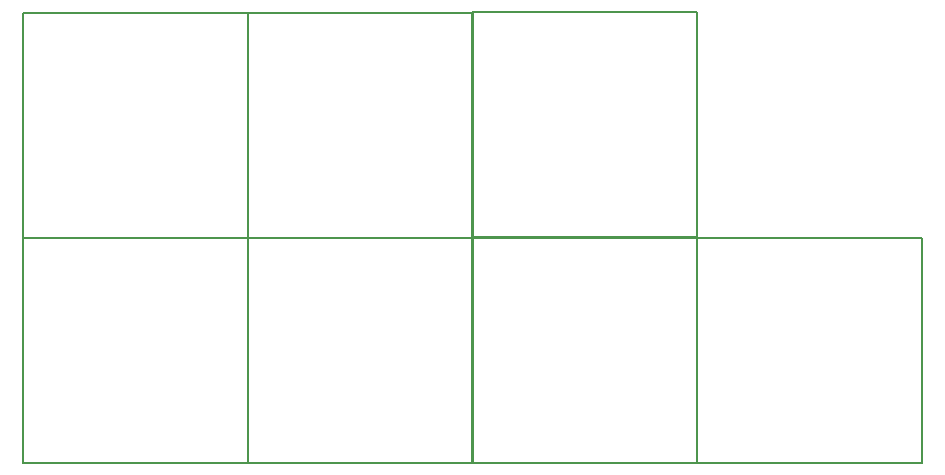
<source format=gbr>
G04 #@! TF.GenerationSoftware,KiCad,Pcbnew,8.0.5*
G04 #@! TF.CreationDate,2024-10-21T21:06:57-07:00*
G04 #@! TF.ProjectId,hackpad,6861636b-7061-4642-9e6b-696361645f70,rev?*
G04 #@! TF.SameCoordinates,Original*
G04 #@! TF.FileFunction,OtherDrawing,Comment*
%FSLAX46Y46*%
G04 Gerber Fmt 4.6, Leading zero omitted, Abs format (unit mm)*
G04 Created by KiCad (PCBNEW 8.0.5) date 2024-10-21 21:06:57*
%MOMM*%
%LPD*%
G01*
G04 APERTURE LIST*
%ADD10C,0.150000*%
G04 APERTURE END LIST*
D10*
G04 #@! TO.C,SW7*
X248985000Y-141505000D02*
X268035000Y-141505000D01*
X248985000Y-160555000D02*
X248985000Y-141505000D01*
X268035000Y-141505000D02*
X268035000Y-160555000D01*
X268035000Y-160555000D02*
X248985000Y-160555000D01*
G04 #@! TO.C,SW5*
X229985000Y-122425000D02*
X249035000Y-122425000D01*
X229985000Y-141475000D02*
X229985000Y-122425000D01*
X249035000Y-122425000D02*
X249035000Y-141475000D01*
X249035000Y-141475000D02*
X229985000Y-141475000D01*
G04 #@! TO.C,SW2*
X191985000Y-141505000D02*
X211035000Y-141505000D01*
X191985000Y-160555000D02*
X191985000Y-141505000D01*
X211035000Y-141505000D02*
X211035000Y-160555000D01*
X211035000Y-160555000D02*
X191985000Y-160555000D01*
G04 #@! TO.C,SW1*
X191985000Y-122505000D02*
X211035000Y-122505000D01*
X191985000Y-141555000D02*
X191985000Y-122505000D01*
X211035000Y-122505000D02*
X211035000Y-141555000D01*
X211035000Y-141555000D02*
X191985000Y-141555000D01*
G04 #@! TO.C,SW6*
X229985000Y-141505000D02*
X249035000Y-141505000D01*
X229985000Y-160555000D02*
X229985000Y-141505000D01*
X249035000Y-141505000D02*
X249035000Y-160555000D01*
X249035000Y-160555000D02*
X229985000Y-160555000D01*
G04 #@! TO.C,SW3*
X210985000Y-122505000D02*
X230035000Y-122505000D01*
X210985000Y-141555000D02*
X210985000Y-122505000D01*
X230035000Y-122505000D02*
X230035000Y-141555000D01*
X230035000Y-141555000D02*
X210985000Y-141555000D01*
G04 #@! TO.C,SW4*
X210985000Y-141505000D02*
X230035000Y-141505000D01*
X210985000Y-160555000D02*
X210985000Y-141505000D01*
X230035000Y-141505000D02*
X230035000Y-160555000D01*
X230035000Y-160555000D02*
X210985000Y-160555000D01*
G04 #@! TD*
M02*

</source>
